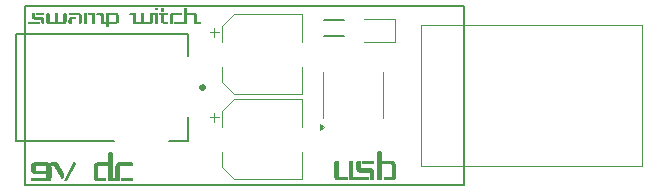
<source format=gbr>
%TF.GenerationSoftware,KiCad,Pcbnew,8.0.2-1*%
%TF.CreationDate,2024-09-02T18:13:03-04:00*%
%TF.ProjectId,usb-power,7573622d-706f-4776-9572-2e6b69636164,rev?*%
%TF.SameCoordinates,Original*%
%TF.FileFunction,Legend,Top*%
%TF.FilePolarity,Positive*%
%FSLAX46Y46*%
G04 Gerber Fmt 4.6, Leading zero omitted, Abs format (unit mm)*
G04 Created by KiCad (PCBNEW 8.0.2-1) date 2024-09-02 18:13:03*
%MOMM*%
%LPD*%
G01*
G04 APERTURE LIST*
%ADD10C,0.200000*%
%ADD11C,0.300000*%
%ADD12C,0.275000*%
%ADD13C,0.120000*%
%ADD14C,0.127000*%
%ADD15C,0.150000*%
G04 APERTURE END LIST*
D10*
X131500000Y-85100000D02*
X168700000Y-85100000D01*
X168700000Y-100300000D01*
X131500000Y-100300000D01*
X131500000Y-85100000D01*
D11*
G36*
X158796789Y-99860000D02*
G01*
X158840753Y-99842903D01*
X158862247Y-99804801D01*
X158862247Y-99678283D01*
X158851988Y-99615268D01*
X158794347Y-99587913D01*
X158151500Y-99587913D01*
X158111933Y-99576678D01*
X158103628Y-99514152D01*
X158103628Y-98337390D01*
X158082135Y-98287076D01*
X158032309Y-98265582D01*
X157796859Y-98265582D01*
X157746545Y-98287076D01*
X157725052Y-98337390D01*
X157725052Y-99457487D01*
X157729775Y-99558352D01*
X157746545Y-99651905D01*
X157789028Y-99744175D01*
X157816887Y-99776957D01*
X157903455Y-99830127D01*
X157945847Y-99842414D01*
X158045006Y-99856634D01*
X158135380Y-99860000D01*
X158796789Y-99860000D01*
G37*
G36*
X159016120Y-99860000D02*
G01*
X159251081Y-99860000D01*
X159301395Y-99838506D01*
X159322889Y-99788681D01*
X159322889Y-98337390D01*
X159301884Y-98287076D01*
X159252058Y-98265582D01*
X159016120Y-98265582D01*
X158965806Y-98287076D01*
X158944312Y-98337390D01*
X158944312Y-99782819D01*
X158965317Y-99836552D01*
X159016120Y-99860000D01*
G37*
G36*
X160841102Y-99860000D02*
G01*
X161048220Y-99860000D01*
X161095115Y-99838018D01*
X161115143Y-99787704D01*
X161115143Y-99277725D01*
X161110313Y-99175729D01*
X161093161Y-99080376D01*
X161052959Y-98988483D01*
X161022330Y-98950928D01*
X160939946Y-98896271D01*
X160892882Y-98880586D01*
X160792710Y-98863601D01*
X160700907Y-98859581D01*
X160010676Y-98859581D01*
X159970621Y-98848346D01*
X159961828Y-98786308D01*
X159961828Y-98338367D01*
X159940823Y-98287564D01*
X159890509Y-98265582D01*
X159657501Y-98265582D01*
X159605233Y-98287076D01*
X159583251Y-98336901D01*
X159583251Y-98821479D01*
X159588081Y-98922666D01*
X159605233Y-99017362D01*
X159646076Y-99107962D01*
X159677041Y-99145345D01*
X159760537Y-99199120D01*
X159807955Y-99214710D01*
X159909226Y-99230904D01*
X160001884Y-99234738D01*
X160721423Y-99234738D01*
X160762456Y-99246950D01*
X160771249Y-99310453D01*
X160771249Y-99787704D01*
X160791765Y-99838506D01*
X160841102Y-99860000D01*
G37*
G36*
X159176831Y-99659232D02*
G01*
X159176831Y-99787704D01*
X159198325Y-99838506D01*
X159248150Y-99860000D01*
X160580739Y-99860000D01*
X160624703Y-99843391D01*
X160646196Y-99804801D01*
X160646196Y-99682191D01*
X160636427Y-99616734D01*
X160578297Y-99587913D01*
X159247173Y-99587913D01*
X159197836Y-99609406D01*
X159176831Y-99659232D01*
G37*
G36*
X160124005Y-98537669D02*
G01*
X161051151Y-98537669D01*
X161096580Y-98515687D01*
X161115143Y-98464884D01*
X161115143Y-98335924D01*
X161093649Y-98286587D01*
X161043824Y-98265582D01*
X160123028Y-98265582D01*
X160073203Y-98287564D01*
X160052198Y-98338367D01*
X160052198Y-98464884D01*
X160073691Y-98516175D01*
X160124005Y-98537669D01*
G37*
G36*
X161743824Y-99779888D02*
G01*
X161743824Y-98537669D01*
X162531751Y-98537669D01*
X162572295Y-98549392D01*
X162581088Y-98611430D01*
X162581088Y-99513663D01*
X162572295Y-99576189D01*
X162531751Y-99587913D01*
X161963642Y-99587913D01*
X161913328Y-99609406D01*
X161891835Y-99659232D01*
X161891835Y-99788192D01*
X161913328Y-99838506D01*
X161963642Y-99860000D01*
X162536636Y-99860000D01*
X162636606Y-99855492D01*
X162732519Y-99839483D01*
X162826335Y-99800354D01*
X162864898Y-99770118D01*
X162921130Y-99688867D01*
X162937683Y-99642623D01*
X162955457Y-99541850D01*
X162959665Y-99447229D01*
X162959665Y-98677864D01*
X162954835Y-98577135D01*
X162937683Y-98482958D01*
X162897271Y-98392568D01*
X162866364Y-98355464D01*
X162784924Y-98301478D01*
X162739357Y-98286099D01*
X162642637Y-98269509D01*
X162553733Y-98265582D01*
X161743824Y-98265582D01*
X161743824Y-97493775D01*
X161722330Y-97443461D01*
X161671528Y-97421479D01*
X161437543Y-97421479D01*
X161386741Y-97442972D01*
X161365247Y-97493286D01*
X161365247Y-99779888D01*
X161386252Y-99834110D01*
X161437055Y-99860000D01*
X161671528Y-99860000D01*
X161722330Y-99834110D01*
X161743824Y-99779888D01*
G37*
G36*
X133455916Y-98369509D02*
G01*
X133554989Y-98386099D01*
X133601748Y-98401478D01*
X133683461Y-98455464D01*
X133714090Y-98492568D01*
X133754291Y-98582958D01*
X133771062Y-98677135D01*
X133775785Y-98777864D01*
X133775785Y-99647857D01*
X133773187Y-99712757D01*
X133753803Y-99811011D01*
X133747964Y-99825964D01*
X133687857Y-99906266D01*
X133673806Y-99916086D01*
X133581856Y-99949741D01*
X133536560Y-99955582D01*
X133437264Y-99960000D01*
X132118841Y-99960000D01*
X132069016Y-99939972D01*
X132047522Y-99892100D01*
X132047522Y-99755812D01*
X132069504Y-99707941D01*
X132120307Y-99687913D01*
X133290230Y-99687913D01*
X133329309Y-99674235D01*
X133338101Y-99602916D01*
X133338101Y-99325457D01*
X132432449Y-99325457D01*
X132342262Y-99321717D01*
X132243893Y-99305917D01*
X132202051Y-99292488D01*
X132116887Y-99238506D01*
X132089238Y-99205820D01*
X132046545Y-99114431D01*
X132029775Y-99022605D01*
X132025052Y-98924410D01*
X132025052Y-98766629D01*
X132026807Y-98712896D01*
X132462735Y-98712896D01*
X132462735Y-98978632D01*
X132471039Y-99042135D01*
X132509141Y-99053370D01*
X133338101Y-99053370D01*
X133338101Y-98712896D01*
X133329797Y-98649392D01*
X133291207Y-98637669D01*
X132509141Y-98637669D01*
X132471039Y-98649392D01*
X132462735Y-98712896D01*
X132026807Y-98712896D01*
X132028044Y-98675000D01*
X132040683Y-98578073D01*
X132050239Y-98541742D01*
X132096859Y-98453998D01*
X132118994Y-98431589D01*
X132207745Y-98385610D01*
X132287369Y-98370589D01*
X132385554Y-98365582D01*
X133364968Y-98365582D01*
X133455916Y-98369509D01*
G37*
G36*
X134242777Y-98365582D02*
G01*
X133700558Y-98365582D01*
X133650244Y-98387564D01*
X133629239Y-98438367D01*
X133629239Y-98564884D01*
X133650732Y-98616175D01*
X133701046Y-98637669D01*
X134021004Y-98637669D01*
X134596441Y-99723572D01*
X134656036Y-99764117D01*
X134720027Y-99766071D01*
X134782308Y-99688754D01*
X134799651Y-99635157D01*
X134810756Y-99534063D01*
X134806978Y-99478353D01*
X134822121Y-99465163D01*
X134815282Y-99425108D01*
X134808443Y-99392379D01*
X134806001Y-99367955D01*
X134306769Y-98404661D01*
X134279902Y-98377794D01*
X134242777Y-98365582D01*
G37*
G36*
X134795254Y-99913593D02*
G01*
X134825052Y-99947787D01*
X134863154Y-99960000D01*
X135059036Y-99960000D01*
X135096650Y-99947787D01*
X135123517Y-99920432D01*
X135865038Y-98469630D01*
X135864549Y-98398311D01*
X135801046Y-98365582D01*
X135630565Y-98365582D01*
X135592951Y-98377794D01*
X135566085Y-98404661D01*
X134795254Y-99913593D01*
G37*
G36*
X138573203Y-99879888D02*
G01*
X138594207Y-99934110D01*
X138645010Y-99960000D01*
X138879483Y-99960000D01*
X138930286Y-99934110D01*
X138951779Y-99879888D01*
X138951779Y-97593775D01*
X138930286Y-97543461D01*
X138879483Y-97521479D01*
X138645498Y-97521479D01*
X138594696Y-97543461D01*
X138573203Y-97594263D01*
X138573203Y-98365582D01*
X137762805Y-98365582D01*
X137662421Y-98370711D01*
X137577180Y-98386099D01*
X137483986Y-98427490D01*
X137450174Y-98455464D01*
X137395265Y-98536714D01*
X137378855Y-98582958D01*
X137361476Y-98683336D01*
X137357362Y-98777864D01*
X137357362Y-99547229D01*
X137362192Y-99648065D01*
X137379344Y-99742623D01*
X137420396Y-99833014D01*
X137451639Y-99870118D01*
X137535346Y-99923894D01*
X137582554Y-99939483D01*
X137684666Y-99956073D01*
X137779902Y-99960000D01*
X138352896Y-99960000D01*
X138403210Y-99938506D01*
X138424703Y-99888192D01*
X138424703Y-99759720D01*
X138403210Y-99709406D01*
X138352896Y-99687913D01*
X137784787Y-99687913D01*
X137744731Y-99676189D01*
X137735938Y-99613663D01*
X137735938Y-98711430D01*
X137744731Y-98649392D01*
X137784787Y-98637669D01*
X138573203Y-98637669D01*
X138573203Y-99879888D01*
G37*
G36*
X138843335Y-99960000D02*
G01*
X139503768Y-99960000D01*
X139553593Y-99932156D01*
X139572644Y-99877445D01*
X139572644Y-98717292D01*
X139586322Y-98664047D01*
X139621981Y-98637669D01*
X140585764Y-98637669D01*
X140644870Y-98610314D01*
X140654640Y-98546322D01*
X140654640Y-98417850D01*
X140627773Y-98381702D01*
X140585764Y-98365582D01*
X139392393Y-98365582D01*
X139298115Y-98391960D01*
X139237055Y-98457418D01*
X139204326Y-98543879D01*
X139194068Y-98637180D01*
X139194068Y-99687913D01*
X138843335Y-99687913D01*
X138793510Y-99709406D01*
X138772016Y-99759720D01*
X138772016Y-99888192D01*
X138793510Y-99938506D01*
X138843335Y-99960000D01*
G37*
G36*
X139734822Y-99960000D02*
G01*
X140596999Y-99960000D01*
X140641939Y-99943879D01*
X140663433Y-99905289D01*
X140663433Y-99784145D01*
X140653663Y-99717222D01*
X140594556Y-99687913D01*
X139734822Y-99687913D01*
X139684508Y-99709895D01*
X139663014Y-99761186D01*
X139663014Y-99888192D01*
X139684508Y-99938506D01*
X139734822Y-99960000D01*
G37*
D12*
G36*
X132977565Y-86613000D02*
G01*
X133122547Y-86613000D01*
X133155373Y-86600909D01*
X133169393Y-86573237D01*
X133169393Y-86292748D01*
X133166012Y-86236651D01*
X133154006Y-86184207D01*
X133125865Y-86133666D01*
X133104424Y-86113010D01*
X133046755Y-86082949D01*
X133013810Y-86074322D01*
X132943690Y-86064980D01*
X132879428Y-86062769D01*
X132396267Y-86062769D01*
X132368228Y-86056590D01*
X132362073Y-86022469D01*
X132362073Y-85776101D01*
X132347369Y-85748160D01*
X132312149Y-85736070D01*
X132149044Y-85736070D01*
X132112456Y-85747891D01*
X132097069Y-85775295D01*
X132097069Y-86041813D01*
X132100450Y-86097466D01*
X132112456Y-86149549D01*
X132141046Y-86199379D01*
X132162722Y-86219939D01*
X132221169Y-86249516D01*
X132254362Y-86258090D01*
X132325251Y-86266997D01*
X132390112Y-86269106D01*
X132893789Y-86269106D01*
X132922512Y-86275822D01*
X132928667Y-86310749D01*
X132928667Y-86573237D01*
X132943029Y-86601178D01*
X132977565Y-86613000D01*
G37*
G36*
X131812575Y-86502577D02*
G01*
X131812575Y-86573237D01*
X131827620Y-86601178D01*
X131862498Y-86613000D01*
X132795311Y-86613000D01*
X132826085Y-86603865D01*
X132841131Y-86582640D01*
X132841131Y-86515205D01*
X132834292Y-86479203D01*
X132793601Y-86463352D01*
X131861814Y-86463352D01*
X131827278Y-86475173D01*
X131812575Y-86502577D01*
G37*
G36*
X132475597Y-85885718D02*
G01*
X133124599Y-85885718D01*
X133156399Y-85873628D01*
X133169393Y-85845686D01*
X133169393Y-85774758D01*
X133154348Y-85747623D01*
X133119470Y-85736070D01*
X132474913Y-85736070D01*
X132440035Y-85748160D01*
X132425332Y-85776101D01*
X132425332Y-85845686D01*
X132440377Y-85873896D01*
X132475597Y-85885718D01*
G37*
G36*
X134999456Y-85736070D02*
G01*
X134833615Y-85736070D01*
X134798737Y-85747891D01*
X134784034Y-85775564D01*
X134784034Y-86419559D01*
X134774117Y-86448844D01*
X134748130Y-86463352D01*
X134329253Y-86463352D01*
X134329253Y-85773952D01*
X134314550Y-85747354D01*
X134280356Y-85736070D01*
X134112805Y-85736070D01*
X134078611Y-85747891D01*
X134064250Y-85775564D01*
X134064250Y-86463352D01*
X133609470Y-86463352D01*
X133609470Y-85773952D01*
X133597160Y-85747623D01*
X133564334Y-85736070D01*
X133393364Y-85736070D01*
X133358828Y-85747891D01*
X133344466Y-85775564D01*
X133344466Y-86572968D01*
X133359170Y-86601178D01*
X133394731Y-86613000D01*
X134909867Y-86613000D01*
X134975862Y-86598491D01*
X135018604Y-86562490D01*
X135041856Y-86515205D01*
X135049037Y-86463621D01*
X135049037Y-85775564D01*
X135034334Y-85748160D01*
X134999456Y-85736070D01*
G37*
G36*
X136280021Y-86613000D02*
G01*
X136315241Y-86601178D01*
X136330286Y-86573505D01*
X136330286Y-85962825D01*
X136326905Y-85907424D01*
X136314899Y-85855627D01*
X136286611Y-85805912D01*
X136264976Y-85785505D01*
X136206836Y-85755813D01*
X136173678Y-85747354D01*
X136103665Y-85738230D01*
X136039637Y-85736070D01*
X135295576Y-85736070D01*
X135260356Y-85747085D01*
X135245311Y-85773952D01*
X135245311Y-85844612D01*
X135258988Y-85873896D01*
X135295918Y-85885718D01*
X136030747Y-85885718D01*
X136059128Y-85892166D01*
X136065283Y-85923331D01*
X136065283Y-86571625D01*
X136079986Y-86600641D01*
X136115206Y-86613000D01*
X136280021Y-86613000D01*
G37*
G36*
X135837551Y-86200327D02*
G01*
X135872770Y-86188505D01*
X135887816Y-86160833D01*
X135887816Y-86090173D01*
X135872770Y-86062501D01*
X135837209Y-86050679D01*
X135504843Y-86050679D01*
X135436241Y-86053159D01*
X135370119Y-86061963D01*
X135305646Y-86083600D01*
X135279163Y-86100383D01*
X135240726Y-86145567D01*
X135229239Y-86171311D01*
X135217074Y-86227123D01*
X135214194Y-86279584D01*
X135214194Y-86571625D01*
X135229239Y-86600641D01*
X135264801Y-86613000D01*
X135427565Y-86613000D01*
X135479198Y-86572162D01*
X135479198Y-86241433D01*
X135485352Y-86207043D01*
X135513733Y-86200327D01*
X135837551Y-86200327D01*
G37*
G36*
X138448262Y-86613000D02*
G01*
X138480063Y-86603865D01*
X138495450Y-86582371D01*
X138495450Y-86514130D01*
X138487927Y-86478666D01*
X138446211Y-86463352D01*
X138191466Y-86463352D01*
X138191466Y-85884643D01*
X138184285Y-85833327D01*
X138161375Y-85786311D01*
X138119316Y-85750578D01*
X138054006Y-85736070D01*
X137624187Y-85736070D01*
X137588967Y-85748160D01*
X137574264Y-85776370D01*
X137574264Y-85845686D01*
X137589309Y-85873896D01*
X137624529Y-85885718D01*
X137892268Y-85885718D01*
X137916888Y-85900226D01*
X137926462Y-85929242D01*
X137926462Y-86572968D01*
X137941507Y-86601178D01*
X137976727Y-86613000D01*
X138448262Y-86613000D01*
G37*
G36*
X137223775Y-86572968D02*
G01*
X137238137Y-86601178D01*
X137272673Y-86613000D01*
X137440223Y-86613000D01*
X137474417Y-86601178D01*
X137488779Y-86573505D01*
X137488779Y-85786848D01*
X137481598Y-85751384D01*
X137440565Y-85736070D01*
X136896197Y-85736070D01*
X136859951Y-85748160D01*
X136844564Y-85776370D01*
X136844564Y-85845686D01*
X136859951Y-85873896D01*
X136896197Y-85885718D01*
X137223775Y-85885718D01*
X137223775Y-86572968D01*
G37*
G36*
X136768995Y-85779325D02*
G01*
X136754976Y-85750309D01*
X136720440Y-85736070D01*
X136554941Y-85736070D01*
X136518695Y-85750578D01*
X136503992Y-85779863D01*
X136503992Y-86572968D01*
X136518353Y-86601178D01*
X136552889Y-86613000D01*
X136723859Y-86613000D01*
X136756685Y-86600909D01*
X136768995Y-86573505D01*
X136768995Y-85779325D01*
G37*
G36*
X138638723Y-85780131D02*
G01*
X138624020Y-85750578D01*
X138588116Y-85736070D01*
X138424327Y-85736070D01*
X138388423Y-85750578D01*
X138373720Y-85780131D01*
X138373720Y-86882741D01*
X138388765Y-86910683D01*
X138423985Y-86922504D01*
X138588116Y-86922504D01*
X138623336Y-86910683D01*
X138638723Y-86883010D01*
X138638723Y-86613000D01*
X139205660Y-86613000D01*
X139276099Y-86610246D01*
X139335597Y-86601984D01*
X139400832Y-86579103D01*
X139424501Y-86563833D01*
X139463084Y-86518903D01*
X139474424Y-86493443D01*
X139486866Y-86438235D01*
X139489812Y-86386244D01*
X139489812Y-85962825D01*
X139486431Y-85907424D01*
X139474424Y-85855627D01*
X139445540Y-85805912D01*
X139423475Y-85785505D01*
X139364396Y-85755813D01*
X139330810Y-85747354D01*
X139259319Y-85738230D01*
X139193692Y-85736070D01*
X138792596Y-85736070D01*
X138757376Y-85747891D01*
X138742331Y-85775564D01*
X138742331Y-85846224D01*
X138757376Y-85873896D01*
X138792596Y-85885718D01*
X139190272Y-85885718D01*
X139218653Y-85892166D01*
X139224808Y-85926286D01*
X139224808Y-86422515D01*
X139218653Y-86456904D01*
X139190272Y-86463352D01*
X138638723Y-86463352D01*
X138638723Y-85780131D01*
G37*
G36*
X140880140Y-85736070D02*
G01*
X140426043Y-85736070D01*
X140391165Y-85747891D01*
X140376120Y-85775564D01*
X140376120Y-85846224D01*
X140391165Y-85873896D01*
X140425701Y-85885718D01*
X140660614Y-85885718D01*
X140660614Y-86572968D01*
X140675318Y-86601178D01*
X140710195Y-86613000D01*
X142210286Y-86613000D01*
X142275597Y-86598491D01*
X142317997Y-86562759D01*
X142340907Y-86515473D01*
X142348088Y-86463889D01*
X142348088Y-85776907D01*
X142333385Y-85748429D01*
X142298507Y-85736070D01*
X142132666Y-85736070D01*
X142097788Y-85747891D01*
X142083084Y-85775564D01*
X142083084Y-86419559D01*
X142073510Y-86448844D01*
X142048890Y-86463352D01*
X141645401Y-86463352D01*
X141645401Y-85775564D01*
X141631040Y-85747891D01*
X141596504Y-85736070D01*
X141428953Y-85736070D01*
X141394759Y-85747891D01*
X141380398Y-85775564D01*
X141380398Y-86463352D01*
X140925618Y-86463352D01*
X140925618Y-85775564D01*
X140912966Y-85748160D01*
X140880140Y-85736070D01*
G37*
G36*
X142508458Y-86569207D02*
G01*
X142522819Y-86598760D01*
X142558381Y-86613000D01*
X142723538Y-86613000D01*
X142758758Y-86598760D01*
X142773461Y-86568938D01*
X142773461Y-85776101D01*
X142758416Y-85748160D01*
X142723538Y-85736070D01*
X142171647Y-85736070D01*
X142140530Y-85745205D01*
X142125485Y-85766698D01*
X142125485Y-85834939D01*
X142132666Y-85870404D01*
X142173357Y-85885718D01*
X142508458Y-85885718D01*
X142508458Y-86569207D01*
G37*
G36*
X142723538Y-85271813D02*
G01*
X142560091Y-85271813D01*
X142523845Y-85283635D01*
X142508458Y-85311307D01*
X142508458Y-85438924D01*
X142523503Y-85466597D01*
X142558723Y-85478150D01*
X142723538Y-85478150D01*
X142758416Y-85466328D01*
X142773461Y-85438655D01*
X142773461Y-85311039D01*
X142758416Y-85283635D01*
X142723538Y-85271813D01*
G37*
G36*
X143662847Y-85846224D02*
G01*
X143662847Y-85775564D01*
X143647802Y-85747891D01*
X143612924Y-85736070D01*
X142947509Y-85736070D01*
X142911947Y-85747891D01*
X142896902Y-85775564D01*
X142896902Y-85846224D01*
X142911947Y-85873896D01*
X142947509Y-85885718D01*
X143047697Y-85885718D01*
X143047697Y-86380871D01*
X143051003Y-86436642D01*
X143062743Y-86489144D01*
X143090736Y-86540032D01*
X143111982Y-86561147D01*
X143169181Y-86592074D01*
X143201912Y-86601178D01*
X143271431Y-86610737D01*
X143334927Y-86613000D01*
X143609505Y-86613000D01*
X143647118Y-86599297D01*
X143662847Y-86570281D01*
X143662847Y-86501771D01*
X143647802Y-86474905D01*
X143612582Y-86463352D01*
X143346895Y-86463352D01*
X143318514Y-86456904D01*
X143312701Y-86422515D01*
X143312701Y-85885718D01*
X143613266Y-85885718D01*
X143647802Y-85873896D01*
X143662847Y-85846224D01*
G37*
G36*
X143097962Y-85271813D02*
G01*
X143062743Y-85283635D01*
X143047697Y-85310770D01*
X143047697Y-85611140D01*
X143062743Y-85638544D01*
X143097962Y-85650096D01*
X143262436Y-85650096D01*
X143297655Y-85638544D01*
X143312701Y-85611140D01*
X143312701Y-85310770D01*
X143297655Y-85283635D01*
X143262436Y-85271813D01*
X143097962Y-85271813D01*
G37*
G36*
X144049581Y-85929510D02*
G01*
X144059156Y-85900226D01*
X144084117Y-85885718D01*
X144757397Y-85885718D01*
X144798430Y-85870672D01*
X144805269Y-85835477D01*
X144805269Y-85764817D01*
X144786462Y-85744936D01*
X144757055Y-85736070D01*
X143923064Y-85736070D01*
X143857069Y-85750578D01*
X143814669Y-85786579D01*
X143791759Y-85833596D01*
X143784578Y-85884912D01*
X143784578Y-86566520D01*
X143798939Y-86597417D01*
X143834501Y-86613000D01*
X144001368Y-86613000D01*
X144036246Y-86597685D01*
X144049581Y-86567326D01*
X144049581Y-85929510D01*
G37*
G36*
X144766629Y-86613000D02*
G01*
X144798088Y-86603596D01*
X144813133Y-86582371D01*
X144813133Y-86514130D01*
X144806295Y-86478666D01*
X144764920Y-86463352D01*
X144163105Y-86463352D01*
X144127886Y-86475442D01*
X144112840Y-86503652D01*
X144112840Y-86572968D01*
X144127886Y-86601178D01*
X144162763Y-86613000D01*
X144766629Y-86613000D01*
G37*
G36*
X146391870Y-86613000D02*
G01*
X146428116Y-86601447D01*
X146443503Y-86573505D01*
X146443503Y-86502846D01*
X146427774Y-86475173D01*
X146391528Y-86463352D01*
X146117634Y-86463352D01*
X146117634Y-85963094D01*
X146114329Y-85907500D01*
X146102589Y-85855627D01*
X146074448Y-85805912D01*
X146053008Y-85785505D01*
X145995971Y-85755813D01*
X145963419Y-85747354D01*
X145894177Y-85738230D01*
X145830747Y-85736070D01*
X145264152Y-85736070D01*
X145264152Y-85315875D01*
X145249449Y-85286321D01*
X145214229Y-85271813D01*
X145049072Y-85271813D01*
X145013510Y-85286321D01*
X144999149Y-85315875D01*
X144999149Y-86463352D01*
X144753636Y-86463352D01*
X144718758Y-86475173D01*
X144703713Y-86502846D01*
X144703713Y-86573505D01*
X144718758Y-86601178D01*
X144753978Y-86613000D01*
X145214229Y-86613000D01*
X145249107Y-86601178D01*
X145264152Y-86573505D01*
X145264152Y-85885718D01*
X145819121Y-85885718D01*
X145846476Y-85892166D01*
X145852631Y-85926286D01*
X145852631Y-86572162D01*
X145867676Y-86600909D01*
X145903580Y-86613000D01*
X146391870Y-86613000D01*
G37*
%TO.C,J2*%
D13*
X183776400Y-98700000D02*
X165076400Y-98700000D01*
X165076400Y-86700000D01*
X183776400Y-86700000D01*
X183776400Y-98700000D01*
D14*
%TO.C,J1*%
X130806750Y-87531750D02*
X130806750Y-96531750D01*
X130806750Y-87531750D02*
X145306750Y-87531750D01*
X130806750Y-96531750D02*
X139056750Y-96531750D01*
X145306750Y-87531750D02*
X145306750Y-89331750D01*
X145306750Y-94531750D02*
X145306750Y-96531750D01*
X145306750Y-96531750D02*
X143756750Y-96531750D01*
D11*
X146706750Y-92031750D02*
G75*
G02*
X146406750Y-92031750I-150000J0D01*
G01*
X146406750Y-92031750D02*
G75*
G02*
X146706750Y-92031750I150000J0D01*
G01*
D13*
%TO.C,D1*%
X160200000Y-88160000D02*
X162885000Y-88160000D01*
X162885000Y-86240000D02*
X160200000Y-86240000D01*
X162885000Y-88160000D02*
X162885000Y-86240000D01*
%TO.C,C4*%
X147162500Y-94552500D02*
X147950000Y-94552500D01*
X147556250Y-94158750D02*
X147556250Y-94946250D01*
X148190000Y-94054437D02*
X148190000Y-95340000D01*
X148190000Y-94054437D02*
X149254437Y-92990000D01*
X148190000Y-98745563D02*
X148190000Y-97460000D01*
X148190000Y-98745563D02*
X149254437Y-99810000D01*
X149254437Y-92990000D02*
X155010000Y-92990000D01*
X149254437Y-99810000D02*
X155010000Y-99810000D01*
X155010000Y-92990000D02*
X155010000Y-95340000D01*
X155010000Y-99810000D02*
X155010000Y-97460000D01*
D15*
%TO.C,R3*%
X156850000Y-86300000D02*
X158550000Y-86300000D01*
X158550000Y-87700000D02*
X156850000Y-87700000D01*
D13*
%TO.C,U3*%
X156735000Y-92675000D02*
X156735000Y-90725000D01*
X156735000Y-92675000D02*
X156735000Y-94625000D01*
X161855000Y-92675000D02*
X161855000Y-90725000D01*
X161855000Y-92675000D02*
X161855000Y-94625000D01*
X156830000Y-95375000D02*
X156500000Y-95615000D01*
X156500000Y-95135000D01*
X156830000Y-95375000D01*
G36*
X156830000Y-95375000D02*
G01*
X156500000Y-95615000D01*
X156500000Y-95135000D01*
X156830000Y-95375000D01*
G37*
%TO.C,C5*%
X147162500Y-87352500D02*
X147950000Y-87352500D01*
X147556250Y-86958750D02*
X147556250Y-87746250D01*
X148190000Y-86854437D02*
X148190000Y-88140000D01*
X148190000Y-86854437D02*
X149254437Y-85790000D01*
X148190000Y-91545563D02*
X148190000Y-90260000D01*
X148190000Y-91545563D02*
X149254437Y-92610000D01*
X149254437Y-85790000D02*
X155010000Y-85790000D01*
X149254437Y-92610000D02*
X155010000Y-92610000D01*
X155010000Y-85790000D02*
X155010000Y-88140000D01*
X155010000Y-92610000D02*
X155010000Y-90260000D01*
%TD*%
M02*

</source>
